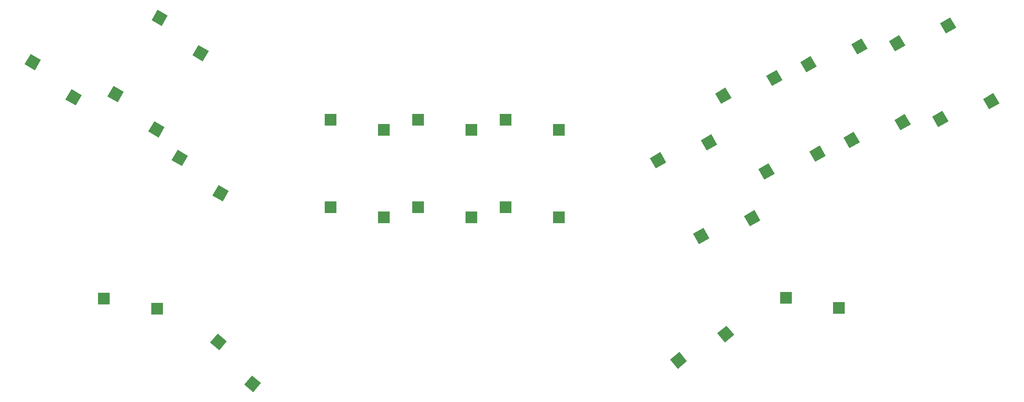
<source format=gbr>
%TF.GenerationSoftware,KiCad,Pcbnew,(5.1.10)-1*%
%TF.CreationDate,2021-10-16T10:52:32-04:00*%
%TF.ProjectId,mino_board,6d696e6f-5f62-46f6-9172-642e6b696361,rev?*%
%TF.SameCoordinates,Original*%
%TF.FileFunction,Paste,Bot*%
%TF.FilePolarity,Positive*%
%FSLAX46Y46*%
G04 Gerber Fmt 4.6, Leading zero omitted, Abs format (unit mm)*
G04 Created by KiCad (PCBNEW (5.1.10)-1) date 2021-10-16 10:52:32*
%MOMM*%
%LPD*%
G01*
G04 APERTURE LIST*
%ADD10C,0.100000*%
%ADD11R,2.600000X2.600000*%
G04 APERTURE END LIST*
D10*
%TO.C,L2*%
G36*
X267055527Y-88294238D02*
G01*
X265755527Y-86042572D01*
X268007193Y-84742572D01*
X269307193Y-86994238D01*
X267055527Y-88294238D01*
G37*
G36*
X255952934Y-92163982D02*
G01*
X254652934Y-89912316D01*
X256904600Y-88612316D01*
X258204600Y-90863982D01*
X255952934Y-92163982D01*
G37*
%TD*%
%TO.C,R2*%
G36*
X257657527Y-71793938D02*
G01*
X256357527Y-69542272D01*
X258609193Y-68242272D01*
X259909193Y-70493938D01*
X257657527Y-71793938D01*
G37*
G36*
X246554934Y-75663682D02*
G01*
X245254934Y-73412016D01*
X247506600Y-72112016D01*
X248806600Y-74363682D01*
X246554934Y-75663682D01*
G37*
%TD*%
%TO.C,LEFT1*%
G36*
X66003027Y-86138238D02*
G01*
X67303027Y-83886572D01*
X69554693Y-85186572D01*
X68254693Y-87438238D01*
X66003027Y-86138238D01*
G37*
G36*
X57100434Y-78457982D02*
G01*
X58400434Y-76206316D01*
X60652100Y-77506316D01*
X59352100Y-79757982D01*
X57100434Y-78457982D01*
G37*
%TD*%
%TO.C,DOWN1*%
G36*
X84037027Y-93128138D02*
G01*
X85337027Y-90876472D01*
X87588693Y-92176472D01*
X86288693Y-94428138D01*
X84037027Y-93128138D01*
G37*
G36*
X75134434Y-85447882D02*
G01*
X76434434Y-83196216D01*
X78686100Y-84496216D01*
X77386100Y-86747882D01*
X75134434Y-85447882D01*
G37*
%TD*%
%TO.C,RIGHT1*%
G36*
X98007027Y-107029738D02*
G01*
X99307027Y-104778072D01*
X101558693Y-106078072D01*
X100258693Y-108329738D01*
X98007027Y-107029738D01*
G37*
G36*
X89104434Y-99349482D02*
G01*
X90404434Y-97097816D01*
X92656100Y-98397816D01*
X91356100Y-100649482D01*
X89104434Y-99349482D01*
G37*
%TD*%
%TO.C,UP1*%
G36*
X84722334Y-68849982D02*
G01*
X86022334Y-66598316D01*
X88274000Y-67898316D01*
X86974000Y-70149982D01*
X84722334Y-68849982D01*
G37*
G36*
X93624927Y-76530238D02*
G01*
X94924927Y-74278572D01*
X97176593Y-75578572D01*
X95876593Y-77830238D01*
X93624927Y-76530238D01*
G37*
%TD*%
%TO.C,UP3*%
G36*
X199310384Y-144793647D02*
G01*
X197639136Y-142801931D01*
X199630852Y-141130683D01*
X201302100Y-143122399D01*
X199310384Y-144793647D01*
G37*
G36*
X209572330Y-139054748D02*
G01*
X207901082Y-137063032D01*
X209892798Y-135391784D01*
X211564046Y-137383500D01*
X209572330Y-139054748D01*
G37*
%TD*%
D11*
%TO.C,HOME1*%
X154325000Y-92770000D03*
X142775000Y-90570000D03*
%TD*%
%TO.C,R3*%
X173375000Y-111820000D03*
X161825000Y-109620000D03*
%TD*%
%TO.C,L3*%
X135275000Y-111820000D03*
X123725000Y-109620000D03*
%TD*%
%TO.C,START1*%
X161825000Y-90570000D03*
X173375000Y-92770000D03*
%TD*%
%TO.C,RIGHT2*%
X234399000Y-131505000D03*
X222849000Y-129305000D03*
%TD*%
%TO.C,SELECT1*%
X123725000Y-90570000D03*
X135275000Y-92770000D03*
%TD*%
%TO.C,LEFT2*%
X74385500Y-129496000D03*
X85935500Y-131696000D03*
%TD*%
D10*
%TO.C,UP2*%
G36*
X104898489Y-148212635D02*
G01*
X106569737Y-146220919D01*
X108561453Y-147892167D01*
X106890205Y-149883883D01*
X104898489Y-148212635D01*
G37*
G36*
X97464809Y-139103140D02*
G01*
X99136057Y-137111424D01*
X101127773Y-138782672D01*
X99456525Y-140774388D01*
X97464809Y-139103140D01*
G37*
%TD*%
%TO.C,L1*%
G36*
X247761527Y-92866238D02*
G01*
X246461527Y-90614572D01*
X248713193Y-89314572D01*
X250013193Y-91566238D01*
X247761527Y-92866238D01*
G37*
G36*
X236658934Y-96735982D02*
G01*
X235358934Y-94484316D01*
X237610600Y-93184316D01*
X238910600Y-95435982D01*
X236658934Y-96735982D01*
G37*
%TD*%
%TO.C,Y1*%
G36*
X219831527Y-83223938D02*
G01*
X218531527Y-80972272D01*
X220783193Y-79672272D01*
X222083193Y-81923938D01*
X219831527Y-83223938D01*
G37*
G36*
X208728934Y-87093682D02*
G01*
X207428934Y-84842016D01*
X209680600Y-83542016D01*
X210980600Y-85793682D01*
X208728934Y-87093682D01*
G37*
%TD*%
%TO.C,A1*%
G36*
X215015527Y-113775738D02*
G01*
X213715527Y-111524072D01*
X215967193Y-110224072D01*
X217267193Y-112475738D01*
X215015527Y-113775738D01*
G37*
G36*
X203912934Y-117645482D02*
G01*
X202612934Y-115393816D01*
X204864600Y-114093816D01*
X206164600Y-116345482D01*
X203912934Y-117645482D01*
G37*
%TD*%
%TO.C,R1*%
G36*
X238363527Y-76365938D02*
G01*
X237063527Y-74114272D01*
X239315193Y-72814272D01*
X240615193Y-75065938D01*
X238363527Y-76365938D01*
G37*
G36*
X227260934Y-80235682D02*
G01*
X225960934Y-77984016D01*
X228212600Y-76684016D01*
X229512600Y-78935682D01*
X227260934Y-80235682D01*
G37*
%TD*%
%TO.C,X1*%
G36*
X205617527Y-97275738D02*
G01*
X204317527Y-95024072D01*
X206569193Y-93724072D01*
X207869193Y-95975738D01*
X205617527Y-97275738D01*
G37*
G36*
X194514934Y-101145482D02*
G01*
X193214934Y-98893816D01*
X195466600Y-97593816D01*
X196766600Y-99845482D01*
X194514934Y-101145482D01*
G37*
%TD*%
%TO.C,B1*%
G36*
X229229527Y-99724738D02*
G01*
X227929527Y-97473072D01*
X230181193Y-96173072D01*
X231481193Y-98424738D01*
X229229527Y-99724738D01*
G37*
G36*
X218126934Y-103594482D02*
G01*
X216826934Y-101342816D01*
X219078600Y-100042816D01*
X220378600Y-102294482D01*
X218126934Y-103594482D01*
G37*
%TD*%
D11*
%TO.C,TOUCHPAD1*%
X142775000Y-109620000D03*
X154325000Y-111820000D03*
%TD*%
M02*

</source>
